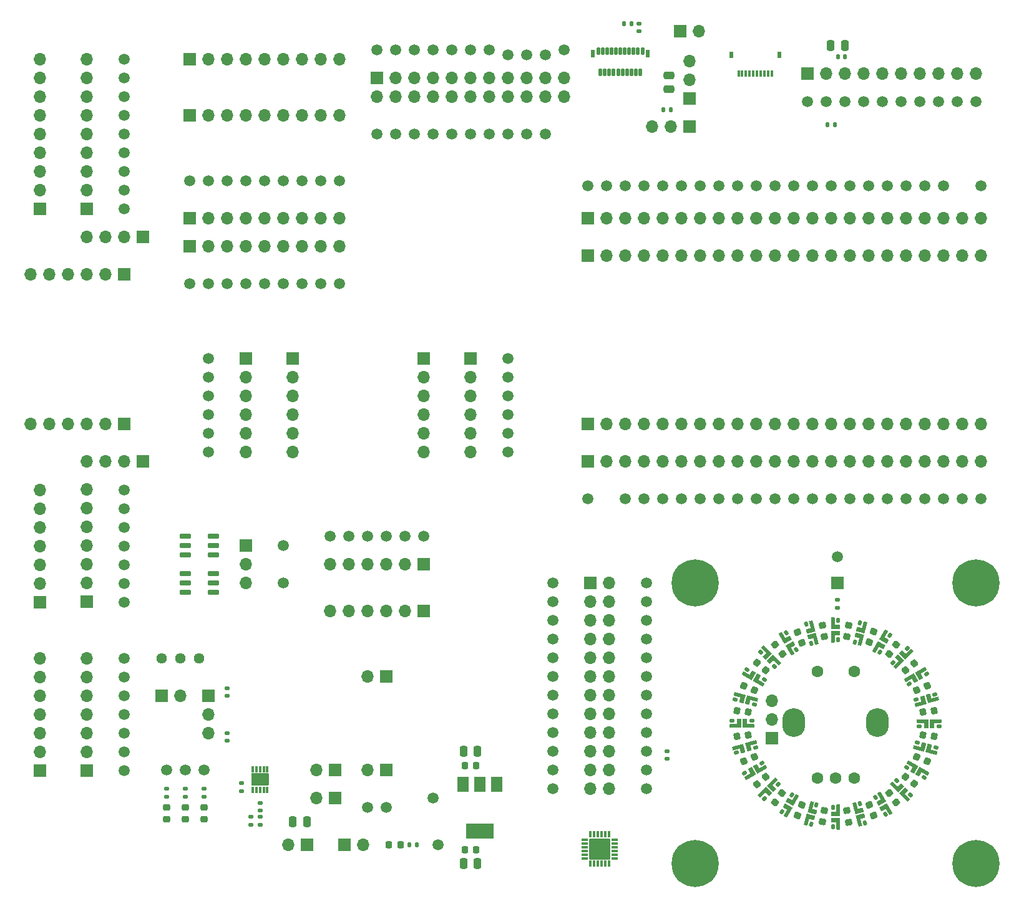
<source format=gbr>
%TF.GenerationSoftware,KiCad,Pcbnew,7.0.7*%
%TF.CreationDate,2024-01-31T01:15:34+01:00*%
%TF.ProjectId,POC-TB,504f432d-5442-42e6-9b69-6361645f7063,rev?*%
%TF.SameCoordinates,Original*%
%TF.FileFunction,Soldermask,Top*%
%TF.FilePolarity,Negative*%
%FSLAX46Y46*%
G04 Gerber Fmt 4.6, Leading zero omitted, Abs format (unit mm)*
G04 Created by KiCad (PCBNEW 7.0.7) date 2024-01-31 01:15:34*
%MOMM*%
%LPD*%
G01*
G04 APERTURE LIST*
G04 Aperture macros list*
%AMRoundRect*
0 Rectangle with rounded corners*
0 $1 Rounding radius*
0 $2 $3 $4 $5 $6 $7 $8 $9 X,Y pos of 4 corners*
0 Add a 4 corners polygon primitive as box body*
4,1,4,$2,$3,$4,$5,$6,$7,$8,$9,$2,$3,0*
0 Add four circle primitives for the rounded corners*
1,1,$1+$1,$2,$3*
1,1,$1+$1,$4,$5*
1,1,$1+$1,$6,$7*
1,1,$1+$1,$8,$9*
0 Add four rect primitives between the rounded corners*
20,1,$1+$1,$2,$3,$4,$5,0*
20,1,$1+$1,$4,$5,$6,$7,0*
20,1,$1+$1,$6,$7,$8,$9,0*
20,1,$1+$1,$8,$9,$2,$3,0*%
%AMFreePoly0*
4,1,17,0.823462,0.239262,0.838400,0.203200,0.838400,-0.304800,0.823462,-0.340862,0.787400,-0.355800,0.152600,-0.355800,0.152600,-1.269991,0.137662,-1.306052,0.101600,-1.320990,-0.304800,-1.320990,-0.340862,-1.306052,-0.355800,-1.269990,-0.355800,0.203200,-0.340862,0.239262,-0.304801,0.254200,0.787399,0.254200,0.823462,0.239262,0.823462,0.239262,$1*%
%AMFreePoly1*
4,1,17,0.340862,0.239262,0.355800,0.203200,0.355800,-1.269990,0.340862,-1.306052,0.304800,-1.320990,-0.101600,-1.320990,-0.137662,-1.306052,-0.152599,-1.269990,-0.152600,-0.355800,-0.787400,-0.355800,-0.823462,-0.340862,-0.838400,-0.304801,-0.838400,0.203200,-0.823462,0.239262,-0.787400,0.254200,0.304800,0.254201,0.340862,0.239262,0.340862,0.239262,$1*%
G04 Aperture macros list end*
%ADD10R,1.700000X1.700000*%
%ADD11O,1.700000X1.700000*%
%ADD12RoundRect,0.218750X-0.256250X0.218750X-0.256250X-0.218750X0.256250X-0.218750X0.256250X0.218750X0*%
%ADD13C,1.500000*%
%ADD14FreePoly0,330.000000*%
%ADD15RoundRect,0.051000X0.036276X-0.343567X0.315676X0.140367X-0.036276X0.343567X-0.315676X-0.140367X0*%
%ADD16FreePoly1,150.000000*%
%ADD17FreePoly0,225.000000*%
%ADD18RoundRect,0.051000X-0.341250X0.053882X0.053882X-0.341250X0.341250X-0.053882X-0.053882X0.341250X0*%
%ADD19FreePoly1,45.000000*%
%ADD20RoundRect,0.051000X-0.127000X0.406400X-0.127000X-0.406400X0.127000X-0.406400X0.127000X0.406400X0*%
%ADD21RoundRect,0.051000X-1.143000X0.762000X-1.143000X-0.762000X1.143000X-0.762000X1.143000X0.762000X0*%
%ADD22RoundRect,0.218750X-0.218750X-0.256250X0.218750X-0.256250X0.218750X0.256250X-0.218750X0.256250X0*%
%ADD23RoundRect,0.225000X-0.218493X0.255707X-0.277230X-0.190444X0.218493X-0.255707X0.277230X0.190444X0*%
%ADD24RoundRect,0.225000X0.303544X0.144866X-0.112202X0.317074X-0.303544X-0.144866X0.112202X-0.317074X0*%
%ADD25FreePoly0,270.000000*%
%ADD26RoundRect,0.051000X-0.279400X-0.203200X0.279400X-0.203200X0.279400X0.203200X-0.279400X0.203200X0*%
%ADD27FreePoly1,90.000000*%
%ADD28RoundRect,0.225000X-0.190444X-0.277230X0.255707X-0.218493X0.190444X0.277230X-0.255707X0.218493X0*%
%ADD29RoundRect,0.135000X0.135000X0.185000X-0.135000X0.185000X-0.135000X-0.185000X0.135000X-0.185000X0*%
%ADD30RoundRect,0.250000X0.250000X0.475000X-0.250000X0.475000X-0.250000X-0.475000X0.250000X-0.475000X0*%
%ADD31FreePoly0,315.000000*%
%ADD32RoundRect,0.051000X-0.053882X-0.341250X0.341250X0.053882X0.053882X0.341250X-0.341250X-0.053882X0*%
%ADD33FreePoly1,135.000000*%
%ADD34RoundRect,0.135000X-0.185000X0.135000X-0.185000X-0.135000X0.185000X-0.135000X0.185000X0.135000X0*%
%ADD35RoundRect,0.225000X-0.335310X0.026314X-0.061367X-0.330695X0.335310X-0.026314X0.061367X0.330695X0*%
%ADD36C,1.440000*%
%ADD37RoundRect,0.225000X0.317074X-0.112202X0.144866X0.303544X-0.317074X0.112202X-0.144866X-0.303544X0*%
%ADD38RoundRect,0.225000X-0.255707X-0.218493X0.190444X-0.277230X0.255707X0.218493X-0.190444X0.277230X0*%
%ADD39C,6.400000*%
%ADD40C,1.602000*%
%ADD41O,3.102000X3.902000*%
%ADD42RoundRect,0.225000X0.218493X-0.255707X0.277230X0.190444X-0.218493X0.255707X-0.277230X-0.190444X0*%
%ADD43RoundRect,0.140000X0.140000X0.170000X-0.140000X0.170000X-0.140000X-0.170000X0.140000X-0.170000X0*%
%ADD44FreePoly0,75.000000*%
%ADD45RoundRect,0.051000X0.322472X0.123962X-0.217288X0.268590X-0.322472X-0.123962X0.217288X-0.268590X0*%
%ADD46FreePoly1,255.000000*%
%ADD47RoundRect,0.225000X-0.225000X-0.250000X0.225000X-0.250000X0.225000X0.250000X-0.225000X0.250000X0*%
%ADD48RoundRect,0.051000X0.400000X-0.150000X0.400000X0.150000X-0.400000X0.150000X-0.400000X-0.150000X0*%
%ADD49RoundRect,0.051000X-0.150000X-0.400000X0.150000X-0.400000X0.150000X0.400000X-0.150000X0.400000X0*%
%ADD50RoundRect,0.051000X-1.375000X-1.375000X1.375000X-1.375000X1.375000X1.375000X-1.375000X1.375000X0*%
%ADD51FreePoly0,195.000000*%
%ADD52RoundRect,0.051000X-0.268590X0.217288X-0.123962X-0.322472X0.268590X-0.217288X0.123962X0.322472X0*%
%ADD53FreePoly1,15.000000*%
%ADD54RoundRect,0.225000X-0.026314X-0.335310X0.330695X-0.061367X0.026314X0.335310X-0.330695X0.061367X0*%
%ADD55FreePoly0,0.000000*%
%ADD56RoundRect,0.051000X0.203200X-0.279400X0.203200X0.279400X-0.203200X0.279400X-0.203200X-0.279400X0*%
%ADD57FreePoly1,180.000000*%
%ADD58FreePoly0,90.000000*%
%ADD59RoundRect,0.051000X0.279400X0.203200X-0.279400X0.203200X-0.279400X-0.203200X0.279400X-0.203200X0*%
%ADD60FreePoly1,270.000000*%
%ADD61RoundRect,0.225000X0.061367X-0.330695X0.335310X0.026314X-0.061367X0.330695X-0.335310X-0.026314X0*%
%ADD62FreePoly0,240.000000*%
%ADD63RoundRect,0.051000X-0.343567X-0.036276X0.140367X-0.315676X0.343567X0.036276X-0.140367X0.315676X0*%
%ADD64FreePoly1,60.000000*%
%ADD65RoundRect,0.225000X0.225000X0.250000X-0.225000X0.250000X-0.225000X-0.250000X0.225000X-0.250000X0*%
%ADD66RoundRect,0.051000X0.673100X0.266700X-0.673100X0.266700X-0.673100X-0.266700X0.673100X-0.266700X0*%
%ADD67RoundRect,0.225000X0.112202X0.317074X-0.303544X0.144866X-0.112202X-0.317074X0.303544X-0.144866X0*%
%ADD68RoundRect,0.225000X-0.277230X0.190444X-0.218493X-0.255707X0.277230X-0.190444X0.218493X0.255707X0*%
%ADD69RoundRect,0.135000X0.185000X-0.135000X0.185000X0.135000X-0.185000X0.135000X-0.185000X-0.135000X0*%
%ADD70RoundRect,0.225000X0.255707X0.218493X-0.190444X0.277230X-0.255707X-0.218493X0.190444X-0.277230X0*%
%ADD71RoundRect,0.225000X0.026314X0.335310X-0.330695X0.061367X-0.026314X-0.335310X0.330695X-0.061367X0*%
%ADD72RoundRect,0.051000X0.152400X0.406400X-0.152400X0.406400X-0.152400X-0.406400X0.152400X-0.406400X0*%
%ADD73RoundRect,0.051000X0.203200X0.406400X-0.203200X0.406400X-0.203200X-0.406400X0.203200X-0.406400X0*%
%ADD74RoundRect,0.225000X0.277230X-0.190444X0.218493X0.255707X-0.277230X0.190444X-0.218493X-0.255707X0*%
%ADD75FreePoly0,300.000000*%
%ADD76RoundRect,0.051000X-0.140367X-0.315676X0.343567X-0.036276X0.140367X0.315676X-0.343567X0.036276X0*%
%ADD77FreePoly1,120.000000*%
%ADD78FreePoly0,60.000000*%
%ADD79RoundRect,0.051000X0.343567X0.036276X-0.140367X0.315676X-0.343567X-0.036276X0.140367X-0.315676X0*%
%ADD80FreePoly1,240.000000*%
%ADD81RoundRect,0.225000X-0.303544X-0.144866X0.112202X-0.317074X0.303544X0.144866X-0.112202X0.317074X0*%
%ADD82FreePoly0,345.000000*%
%ADD83RoundRect,0.051000X0.123962X-0.322472X0.268590X0.217288X-0.123962X0.322472X-0.268590X-0.217288X0*%
%ADD84FreePoly1,165.000000*%
%ADD85RoundRect,0.051000X0.165100X0.419100X-0.165100X0.419100X-0.165100X-0.419100X0.165100X-0.419100X0*%
%ADD86RoundRect,0.051000X0.228600X0.495300X-0.228600X0.495300X-0.228600X-0.495300X0.228600X-0.495300X0*%
%ADD87FreePoly0,30.000000*%
%ADD88RoundRect,0.051000X0.315676X-0.140367X0.036276X0.343567X-0.315676X0.140367X-0.036276X-0.343567X0*%
%ADD89FreePoly1,210.000000*%
%ADD90RoundRect,0.225000X0.335310X-0.026314X0.061367X0.330695X-0.335310X0.026314X-0.061367X-0.330695X0*%
%ADD91FreePoly0,120.000000*%
%ADD92RoundRect,0.051000X0.140367X0.315676X-0.343567X0.036276X-0.140367X-0.315676X0.343567X-0.036276X0*%
%ADD93FreePoly1,300.000000*%
%ADD94RoundRect,0.225000X-0.330695X-0.061367X0.026314X-0.335310X0.330695X0.061367X-0.026314X0.335310X0*%
%ADD95FreePoly0,210.000000*%
%ADD96RoundRect,0.051000X-0.315676X0.140367X-0.036276X-0.343567X0.315676X-0.140367X0.036276X0.343567X0*%
%ADD97FreePoly1,30.000000*%
%ADD98RoundRect,0.225000X-0.317074X0.112202X-0.144866X-0.303544X0.317074X-0.112202X0.144866X0.303544X0*%
%ADD99FreePoly0,15.000000*%
%ADD100RoundRect,0.051000X0.268590X-0.217288X0.123962X0.322472X-0.268590X0.217288X-0.123962X-0.322472X0*%
%ADD101FreePoly1,195.000000*%
%ADD102FreePoly0,45.000000*%
%ADD103RoundRect,0.051000X0.341250X-0.053882X-0.053882X0.341250X-0.341250X0.053882X0.053882X-0.341250X0*%
%ADD104FreePoly1,225.000000*%
%ADD105RoundRect,0.225000X0.190444X0.277230X-0.255707X0.218493X-0.190444X-0.277230X0.255707X-0.218493X0*%
%ADD106RoundRect,0.225000X0.144866X-0.303544X0.317074X0.112202X-0.144866X0.303544X-0.317074X-0.112202X0*%
%ADD107FreePoly0,165.000000*%
%ADD108RoundRect,0.051000X-0.123962X0.322472X-0.268590X-0.217288X0.123962X-0.322472X0.268590X0.217288X0*%
%ADD109FreePoly1,345.000000*%
%ADD110RoundRect,0.225000X0.330695X0.061367X-0.026314X0.335310X-0.330695X-0.061367X0.026314X-0.335310X0*%
%ADD111FreePoly0,285.000000*%
%ADD112RoundRect,0.051000X-0.217288X-0.268590X0.322472X-0.123962X0.217288X0.268590X-0.322472X0.123962X0*%
%ADD113FreePoly1,105.000000*%
%ADD114RoundRect,0.250000X-0.250000X-0.475000X0.250000X-0.475000X0.250000X0.475000X-0.250000X0.475000X0*%
%ADD115RoundRect,0.250000X-0.475000X0.250000X-0.475000X-0.250000X0.475000X-0.250000X0.475000X0.250000X0*%
%ADD116RoundRect,0.225000X-0.112202X-0.317074X0.303544X-0.144866X0.112202X0.317074X-0.303544X0.144866X0*%
%ADD117FreePoly0,255.000000*%
%ADD118RoundRect,0.051000X-0.322472X-0.123962X0.217288X-0.268590X0.322472X0.123962X-0.217288X0.268590X0*%
%ADD119FreePoly1,75.000000*%
%ADD120FreePoly0,105.000000*%
%ADD121RoundRect,0.051000X0.217288X0.268590X-0.322472X0.123962X-0.217288X-0.268590X0.322472X-0.123962X0*%
%ADD122FreePoly1,285.000000*%
%ADD123FreePoly0,135.000000*%
%ADD124RoundRect,0.051000X0.053882X0.341250X-0.341250X-0.053882X-0.053882X-0.341250X0.341250X0.053882X0*%
%ADD125FreePoly1,315.000000*%
%ADD126FreePoly0,180.000000*%
%ADD127RoundRect,0.051000X-0.203200X0.279400X-0.203200X-0.279400X0.203200X-0.279400X0.203200X0.279400X0*%
%ADD128FreePoly1,0.000000*%
%ADD129FreePoly0,150.000000*%
%ADD130RoundRect,0.051000X-0.036276X0.343567X-0.315676X-0.140367X0.036276X-0.343567X0.315676X0.140367X0*%
%ADD131FreePoly1,330.000000*%
%ADD132RoundRect,0.225000X-0.144866X0.303544X-0.317074X-0.112202X0.144866X-0.303544X0.317074X0.112202X0*%
%ADD133RoundRect,0.225000X-0.061367X0.330695X-0.335310X-0.026314X0.061367X-0.330695X0.335310X0.026314X0*%
%ADD134R,1.500000X2.000000*%
%ADD135R,3.800000X2.000000*%
G04 APERTURE END LIST*
D10*
%TO.C,J39*%
X224028000Y-91694000D03*
D11*
X224028000Y-89154000D03*
X224028000Y-86614000D03*
%TD*%
D12*
%TO.C,D2*%
X158115000Y-187960000D03*
X158115000Y-189535000D03*
%TD*%
D13*
%TO.C,TP89*%
X189865000Y-193040000D03*
%TD*%
%TO.C,TP15*%
X227965000Y-103505000D03*
%TD*%
D14*
%TO.C,LED3*%
X249794217Y-165719850D03*
D15*
X249817459Y-166875236D03*
X251167459Y-164536968D03*
D16*
X250155178Y-165096960D03*
%TD*%
D13*
%TO.C,TP12*%
X225425000Y-146050000D03*
%TD*%
D17*
%TO.C,LED22*%
X234780225Y-167118691D03*
D18*
X233658192Y-166842106D03*
X235567380Y-168751294D03*
D19*
X235288467Y-167628569D03*
%TD*%
D13*
%TO.C,TP73*%
X147320000Y-180350000D03*
%TD*%
%TO.C,TP148*%
X199390000Y-139700000D03*
%TD*%
%TO.C,TP133*%
X147320000Y-154950000D03*
%TD*%
%TO.C,TP145*%
X158750000Y-134620000D03*
%TD*%
%TO.C,TP117*%
X171450000Y-102870000D03*
%TD*%
%TO.C,TP18*%
X233045000Y-146050000D03*
%TD*%
%TO.C,TP118*%
X173990000Y-116840000D03*
%TD*%
%TO.C,TP153*%
X260350000Y-92075000D03*
%TD*%
%TO.C,TP14*%
X227965000Y-146050000D03*
%TD*%
D20*
%TO.C,U3*%
X166735001Y-182753000D03*
X166234999Y-182753000D03*
X165735000Y-182753000D03*
X165235001Y-182753000D03*
X164734999Y-182753000D03*
X164734999Y-185547000D03*
X165235001Y-185547000D03*
X165735000Y-185547000D03*
X166234999Y-185547000D03*
X166735001Y-185547000D03*
D21*
X165735000Y-184150000D03*
%TD*%
D13*
%TO.C,TP51*%
X205486000Y-160015000D03*
%TD*%
%TO.C,TP109*%
X161290000Y-102870000D03*
%TD*%
D22*
%TO.C,D1*%
X183210000Y-193040000D03*
X184785000Y-193040000D03*
%TD*%
D23*
%TO.C,C14*%
X242280120Y-188357140D03*
X242077804Y-189893880D03*
%TD*%
D24*
%TO.C,C9*%
X256296018Y-181681117D03*
X254864004Y-181087957D03*
%TD*%
D13*
%TO.C,TP49*%
X205486000Y-165095000D03*
%TD*%
%TO.C,TP160*%
X181610000Y-96520000D03*
%TD*%
%TO.C,TP71*%
X244094000Y-153924000D03*
%TD*%
D10*
%TO.C,J1*%
X210185000Y-135890000D03*
D11*
X212725000Y-135890000D03*
X215265000Y-135890000D03*
X217805000Y-135890000D03*
X220345000Y-135890000D03*
X222885000Y-135890000D03*
X225425000Y-135890000D03*
X227965000Y-135890000D03*
X230505000Y-135890000D03*
X233045000Y-135890000D03*
X235585000Y-135890000D03*
X238125000Y-135890000D03*
X240665000Y-135890000D03*
X243205000Y-135890000D03*
X245745000Y-135890000D03*
X248285000Y-135890000D03*
X250825000Y-135890000D03*
X253365000Y-135890000D03*
X255905000Y-135890000D03*
X258445000Y-135890000D03*
X260985000Y-135890000D03*
X263525000Y-135890000D03*
%TD*%
D10*
%TO.C,J32*%
X187960000Y-127000000D03*
D11*
X187960000Y-129540000D03*
X187960000Y-132080000D03*
X187960000Y-134620000D03*
X187960000Y-137160000D03*
X187960000Y-139700000D03*
%TD*%
D10*
%TO.C,J7*%
X244094000Y-157480000D03*
%TD*%
D13*
%TO.C,TP147*%
X158750000Y-137160000D03*
%TD*%
D25*
%TO.C,LED7*%
X256178973Y-176281428D03*
D26*
X255190000Y-176879250D03*
X257890000Y-176879250D03*
D27*
X256898892Y-176282585D03*
%TD*%
D13*
%TO.C,TP151*%
X250190000Y-92075000D03*
%TD*%
D28*
%TO.C,C19*%
X230471112Y-178294853D03*
X232007852Y-178092537D03*
%TD*%
D13*
%TO.C,TP111*%
X163830000Y-102870000D03*
%TD*%
%TO.C,TP144*%
X199390000Y-134620000D03*
%TD*%
D29*
%TO.C,R5*%
X187047500Y-193040000D03*
X186027500Y-193040000D03*
%TD*%
D30*
%TO.C,C30*%
X245072000Y-84455000D03*
X243172000Y-84455000D03*
%TD*%
D13*
%TO.C,TP134*%
X147320000Y-152410000D03*
%TD*%
D10*
%TO.C,J40*%
X224013000Y-95504000D03*
D11*
X221473000Y-95504000D03*
X218933000Y-95504000D03*
%TD*%
D13*
%TO.C,TP156*%
X252730000Y-92075000D03*
%TD*%
%TO.C,TP1*%
X210185000Y-146050000D03*
%TD*%
%TO.C,TP94*%
X182880000Y-187960000D03*
%TD*%
D31*
%TO.C,LED16*%
X234428691Y-185589774D03*
D32*
X234152106Y-186711807D03*
X236061294Y-184802619D03*
D33*
X234938569Y-185081532D03*
%TD*%
D34*
%TO.C,R1*%
X220985000Y-180336000D03*
X220985000Y-181356000D03*
%TD*%
D13*
%TO.C,TP48*%
X205486000Y-167635000D03*
%TD*%
%TO.C,TP75*%
X147320000Y-175270000D03*
%TD*%
%TO.C,TP143*%
X158750000Y-132080000D03*
%TD*%
%TO.C,TP157*%
X257810000Y-92075000D03*
%TD*%
%TO.C,TP102*%
X168917500Y-152385000D03*
%TD*%
%TO.C,TP100*%
X175260000Y-151130000D03*
%TD*%
D35*
%TO.C,C23*%
X235648683Y-165833539D03*
X236592263Y-167063237D03*
%TD*%
D13*
%TO.C,TP2*%
X210185000Y-103505000D03*
%TD*%
%TO.C,TP72*%
X147320000Y-182890000D03*
%TD*%
%TO.C,TP68*%
X205486000Y-185415000D03*
%TD*%
D36*
%TO.C,RV1*%
X152400000Y-167650000D03*
X154940000Y-167650000D03*
X157480000Y-167650000D03*
%TD*%
D37*
%TO.C,C24*%
X239288202Y-165527111D03*
X238695042Y-164095097D03*
%TD*%
D13*
%TO.C,TP43*%
X263525000Y-103505000D03*
%TD*%
D38*
%TO.C,C8*%
X255665944Y-178086355D03*
X257202684Y-178288671D03*
%TD*%
D13*
%TO.C,TP162*%
X189230000Y-96520000D03*
%TD*%
D39*
%TO.C,H1*%
X224790000Y-157480000D03*
%TD*%
D13*
%TO.C,TP62*%
X218191000Y-172720000D03*
%TD*%
D40*
%TO.C,E1*%
X241340000Y-169430000D03*
X246340000Y-169430000D03*
X241340000Y-183930000D03*
X246340000Y-183930000D03*
X243840000Y-183930000D03*
D41*
X238140000Y-176430000D03*
X249540000Y-176430000D03*
%TD*%
D42*
%TO.C,C2*%
X245394583Y-164716374D03*
X245596899Y-163179634D03*
%TD*%
D13*
%TO.C,TP25*%
X240665000Y-103505000D03*
%TD*%
D10*
%TO.C,J29*%
X135890000Y-160030000D03*
D11*
X135890000Y-157490000D03*
X135890000Y-154950000D03*
X135890000Y-152410000D03*
X135890000Y-149870000D03*
X135890000Y-147330000D03*
X135890000Y-144790000D03*
%TD*%
D43*
%TO.C,C31*%
X245110000Y-85979000D03*
X244150000Y-85979000D03*
%TD*%
D10*
%TO.C,J12*%
X135890000Y-106680000D03*
D11*
X135890000Y-104140000D03*
X135890000Y-101600000D03*
X135890000Y-99060000D03*
X135890000Y-96520000D03*
X135890000Y-93980000D03*
X135890000Y-91440000D03*
X135890000Y-88900000D03*
X135890000Y-86360000D03*
%TD*%
D13*
%TO.C,TP46*%
X205486000Y-172715000D03*
%TD*%
D44*
%TO.C,LED8*%
X256391647Y-180150544D03*
D45*
X257501649Y-179829057D03*
X254893650Y-179130246D03*
D46*
X255696558Y-179963097D03*
%TD*%
D39*
%TO.C,H4*%
X262890000Y-195580000D03*
%TD*%
D13*
%TO.C,TP178*%
X201930000Y-85725000D03*
%TD*%
%TO.C,TP35*%
X253365000Y-103505000D03*
%TD*%
%TO.C,TP40*%
X260985000Y-146050000D03*
%TD*%
%TO.C,TP77*%
X147320000Y-170190000D03*
%TD*%
%TO.C,TP174*%
X191770000Y-85090000D03*
%TD*%
D43*
%TO.C,C33*%
X216126000Y-81534000D03*
X215166000Y-81534000D03*
%TD*%
D10*
%TO.C,J8*%
X135890000Y-182890000D03*
D11*
X135890000Y-180350000D03*
X135890000Y-177810000D03*
X135890000Y-175270000D03*
X135890000Y-172730000D03*
X135890000Y-170190000D03*
X135890000Y-167650000D03*
%TD*%
D47*
%TO.C,C26*%
X193535000Y-182245000D03*
X195085000Y-182245000D03*
%TD*%
D13*
%TO.C,TP20*%
X235585000Y-146050000D03*
%TD*%
%TO.C,TP146*%
X199390000Y-137160000D03*
%TD*%
D48*
%TO.C,U1*%
X209836000Y-192325000D03*
X209836000Y-192825000D03*
X209836000Y-193325000D03*
X209836000Y-193825000D03*
X209836000Y-194325000D03*
X209836000Y-194825000D03*
D49*
X210586000Y-195575000D03*
X211086000Y-195575000D03*
X211586000Y-195575000D03*
X212086000Y-195575000D03*
X212586000Y-195575000D03*
X213086000Y-195575000D03*
D48*
X213836000Y-194825000D03*
X213836000Y-194325000D03*
X213836000Y-193825000D03*
X213836000Y-193325000D03*
X213836000Y-192825000D03*
X213836000Y-192325000D03*
D49*
X213086000Y-191575000D03*
X212586000Y-191575000D03*
X212086000Y-191575000D03*
X211586000Y-191575000D03*
X211086000Y-191575000D03*
X210586000Y-191575000D03*
D50*
X211836000Y-193575000D03*
%TD*%
D10*
%TO.C,J14*%
X177165000Y-193040000D03*
D11*
X179705000Y-193040000D03*
%TD*%
D13*
%TO.C,TP41*%
X240030000Y-92075000D03*
%TD*%
D10*
%TO.C,J25*%
X156210000Y-111760000D03*
D11*
X158750000Y-111760000D03*
X161290000Y-111760000D03*
X163830000Y-111760000D03*
X166370000Y-111760000D03*
X168910000Y-111760000D03*
X171450000Y-111760000D03*
X173990000Y-111760000D03*
X176530000Y-111760000D03*
%TD*%
D51*
%TO.C,LED24*%
X240699659Y-163849682D03*
D52*
X239866243Y-163049135D03*
X240565054Y-165657134D03*
D53*
X240884871Y-164545369D03*
%TD*%
D10*
%TO.C,J37*%
X240030000Y-88265000D03*
D11*
X242570000Y-88265000D03*
X245110000Y-88265000D03*
X247650000Y-88265000D03*
X250190000Y-88265000D03*
X252730000Y-88265000D03*
X255270000Y-88265000D03*
X257810000Y-88265000D03*
X260350000Y-88265000D03*
X262890000Y-88265000D03*
%TD*%
D13*
%TO.C,TP69*%
X205486000Y-182875000D03*
%TD*%
%TO.C,TP137*%
X147320000Y-144790000D03*
%TD*%
%TO.C,TP8*%
X220345000Y-146050000D03*
%TD*%
D10*
%TO.C,J31*%
X170180000Y-127000000D03*
D11*
X170180000Y-129540000D03*
X170180000Y-132080000D03*
X170180000Y-134620000D03*
X170180000Y-137160000D03*
X170180000Y-139700000D03*
%TD*%
D54*
%TO.C,C17*%
X233124441Y-184748612D03*
X234354139Y-183805032D03*
%TD*%
D34*
%TO.C,R14*%
X217170000Y-81530000D03*
X217170000Y-82550000D03*
%TD*%
D13*
%TO.C,TP29*%
X245745000Y-103505000D03*
%TD*%
%TO.C,TP10*%
X222885000Y-146050000D03*
%TD*%
%TO.C,TP120*%
X176530000Y-116840000D03*
%TD*%
D55*
%TO.C,LED1*%
X243591428Y-164191027D03*
D56*
X244189250Y-165180000D03*
X244189250Y-162480000D03*
D57*
X243592585Y-163471108D03*
%TD*%
D58*
%TO.C,LED19*%
X231501027Y-176778572D03*
D59*
X232490000Y-176180750D03*
X229790000Y-176180750D03*
D60*
X230781108Y-176777415D03*
%TD*%
D61*
%TO.C,C4*%
X251096244Y-167055306D03*
X252039824Y-165825608D03*
%TD*%
D13*
%TO.C,TP176*%
X196850000Y-85090000D03*
%TD*%
D62*
%TO.C,LED9*%
X254650149Y-182484217D03*
D63*
X253494763Y-182507459D03*
X255833031Y-183857459D03*
D64*
X255273039Y-182845178D03*
%TD*%
D65*
%TO.C,C27*%
X195085000Y-193675000D03*
X193535000Y-193675000D03*
%TD*%
D13*
%TO.C,TP27*%
X243205000Y-103505000D03*
%TD*%
%TO.C,TP114*%
X168910000Y-116840000D03*
%TD*%
D66*
%TO.C,U4*%
X159392500Y-153655000D03*
X159392500Y-152385000D03*
X159392500Y-151115000D03*
X155582500Y-151115000D03*
X155582500Y-152385000D03*
X155582500Y-153655000D03*
%TD*%
D67*
%TO.C,C18*%
X232814223Y-181080911D03*
X231382209Y-181674071D03*
%TD*%
D13*
%TO.C,TP96*%
X180340000Y-187960000D03*
%TD*%
D43*
%TO.C,C34*%
X221460000Y-93218000D03*
X220500000Y-93218000D03*
%TD*%
D13*
%TO.C,TP26*%
X243205000Y-146050000D03*
%TD*%
%TO.C,TP142*%
X199390000Y-132080000D03*
%TD*%
%TO.C,TP39*%
X258445000Y-103505000D03*
%TD*%
D10*
%TO.C,J20*%
X182880000Y-182880000D03*
D11*
X180340000Y-182880000D03*
%TD*%
D13*
%TO.C,TP11*%
X222885000Y-103505000D03*
%TD*%
%TO.C,TP98*%
X177800000Y-151130000D03*
%TD*%
%TO.C,TP113*%
X166370000Y-102870000D03*
%TD*%
%TO.C,TP140*%
X199390000Y-129540000D03*
%TD*%
%TO.C,TP170*%
X181610000Y-85090000D03*
%TD*%
%TO.C,TP105*%
X156210000Y-102870000D03*
%TD*%
%TO.C,TP92*%
X185420000Y-151130000D03*
%TD*%
D68*
%TO.C,C1*%
X242083100Y-163179634D03*
X242285416Y-164716374D03*
%TD*%
D10*
%TO.C,J27*%
X147320000Y-115570000D03*
D11*
X144780000Y-115570000D03*
X142240000Y-115570000D03*
X139700000Y-115570000D03*
X137160000Y-115570000D03*
X134620000Y-115570000D03*
%TD*%
D69*
%TO.C,R10*%
X155575000Y-186440000D03*
X155575000Y-185420000D03*
%TD*%
D13*
%TO.C,TP23*%
X238125000Y-103505000D03*
%TD*%
%TO.C,TP45*%
X205486000Y-175255000D03*
%TD*%
%TO.C,TP31*%
X248285000Y-103505000D03*
%TD*%
%TO.C,TP95*%
X180340000Y-151130000D03*
%TD*%
D39*
%TO.C,H3*%
X224790000Y-195580000D03*
%TD*%
D13*
%TO.C,TP152*%
X255270000Y-92075000D03*
%TD*%
D70*
%TO.C,C20*%
X232014055Y-174965712D03*
X230477315Y-174763396D03*
%TD*%
D69*
%TO.C,R7*%
X158115000Y-186440000D03*
X158115000Y-185420000D03*
%TD*%
D71*
%TO.C,C5*%
X254528462Y-168330751D03*
X253298764Y-169274331D03*
%TD*%
D72*
%TO.C,J35*%
X235168001Y-88234088D03*
X234667999Y-88234088D03*
X234168000Y-88234088D03*
X233668001Y-88234088D03*
X233168000Y-88234088D03*
X232668000Y-88234088D03*
X232167999Y-88234088D03*
X231668000Y-88234088D03*
X231168001Y-88234088D03*
X230667999Y-88234088D03*
D73*
X236168001Y-85734088D03*
X229667999Y-85734088D03*
%TD*%
D13*
%TO.C,TP38*%
X258445000Y-146050000D03*
%TD*%
D74*
%TO.C,C13*%
X245596323Y-189909124D03*
X245394007Y-188372384D03*
%TD*%
D13*
%TO.C,TP154*%
X242570000Y-92075000D03*
%TD*%
D75*
%TO.C,LED5*%
X254401577Y-170145244D03*
D76*
X253844013Y-171157459D03*
X256182281Y-169807459D03*
D77*
X255025624Y-169786286D03*
%TD*%
D13*
%TO.C,TP175*%
X194310000Y-85090000D03*
%TD*%
%TO.C,TP63*%
X218191000Y-175260000D03*
%TD*%
%TO.C,TP50*%
X205486000Y-162555000D03*
%TD*%
%TO.C,TP106*%
X158750000Y-116840000D03*
%TD*%
D34*
%TO.C,R4*%
X161290000Y-177810000D03*
X161290000Y-178830000D03*
%TD*%
D10*
%TO.C,J6*%
X210566000Y-157475000D03*
D11*
X213106000Y-157475000D03*
X210566000Y-160015000D03*
X213106000Y-160015000D03*
X210566000Y-162555000D03*
X213106000Y-162555000D03*
X210566000Y-165095000D03*
X213106000Y-165095000D03*
X210566000Y-167635000D03*
X213106000Y-167635000D03*
X210566000Y-170175000D03*
X213106000Y-170175000D03*
X210566000Y-172715000D03*
X213106000Y-172715000D03*
X210566000Y-175255000D03*
X213106000Y-175255000D03*
X210566000Y-177795000D03*
X213106000Y-177795000D03*
X210566000Y-180335000D03*
X213106000Y-180335000D03*
X210566000Y-182875000D03*
X213106000Y-182875000D03*
X210566000Y-185415000D03*
X213106000Y-185415000D03*
%TD*%
D13*
%TO.C,TP90*%
X207010000Y-85090000D03*
%TD*%
%TO.C,TP172*%
X186690000Y-85090000D03*
%TD*%
%TO.C,TP121*%
X176530000Y-102870000D03*
%TD*%
D34*
%TO.C,R12*%
X164465000Y-189230000D03*
X164465000Y-190250000D03*
%TD*%
D10*
%TO.C,J23*%
X156210000Y-93980000D03*
D11*
X158750000Y-93980000D03*
X161290000Y-93980000D03*
X163830000Y-93980000D03*
X166370000Y-93980000D03*
X168910000Y-93980000D03*
X171450000Y-93980000D03*
X173990000Y-93980000D03*
X176530000Y-93980000D03*
%TD*%
D78*
%TO.C,LED21*%
X233029850Y-170575783D03*
D79*
X234185236Y-170552541D03*
X231846968Y-169202541D03*
D80*
X232406960Y-170214822D03*
%TD*%
D13*
%TO.C,TP164*%
X194310000Y-96520000D03*
%TD*%
D10*
%TO.C,J28*%
X149860000Y-110490000D03*
D11*
X147320000Y-110490000D03*
X144780000Y-110490000D03*
X142240000Y-110490000D03*
%TD*%
D13*
%TO.C,TP179*%
X204470000Y-85725000D03*
%TD*%
%TO.C,TP136*%
X147320000Y-147330000D03*
%TD*%
%TO.C,TP30*%
X248285000Y-146050000D03*
%TD*%
%TO.C,TP87*%
X147320000Y-86360000D03*
%TD*%
D10*
%TO.C,J4*%
X210185000Y-107950000D03*
D11*
X212725000Y-107950000D03*
X215265000Y-107950000D03*
X217805000Y-107950000D03*
X220345000Y-107950000D03*
X222885000Y-107950000D03*
X225425000Y-107950000D03*
X227965000Y-107950000D03*
X230505000Y-107950000D03*
X233045000Y-107950000D03*
X235585000Y-107950000D03*
X238125000Y-107950000D03*
X240665000Y-107950000D03*
X243205000Y-107950000D03*
X245745000Y-107950000D03*
X248285000Y-107950000D03*
X250825000Y-107950000D03*
X253365000Y-107950000D03*
X255905000Y-107950000D03*
X258445000Y-107950000D03*
X260985000Y-107950000D03*
X263525000Y-107950000D03*
%TD*%
D13*
%TO.C,TP155*%
X247650000Y-92075000D03*
%TD*%
%TO.C,TP167*%
X201930000Y-96520000D03*
%TD*%
D81*
%TO.C,C21*%
X231392766Y-171367460D03*
X232824780Y-171960620D03*
%TD*%
D82*
%TO.C,LED14*%
X240219455Y-189081647D03*
D83*
X240540942Y-190191649D03*
X241239753Y-187583650D03*
D84*
X240406902Y-188386558D03*
%TD*%
D13*
%TO.C,TP104*%
X156210000Y-116840000D03*
%TD*%
%TO.C,TP99*%
X153035000Y-182880000D03*
%TD*%
%TO.C,TP57*%
X218191000Y-162560000D03*
%TD*%
%TO.C,TP138*%
X199390000Y-127000000D03*
%TD*%
D10*
%TO.C,J24*%
X156210000Y-86360000D03*
D11*
X158750000Y-86360000D03*
X161290000Y-86360000D03*
X163830000Y-86360000D03*
X166370000Y-86360000D03*
X168910000Y-86360000D03*
X171450000Y-86360000D03*
X173990000Y-86360000D03*
X176530000Y-86360000D03*
%TD*%
D13*
%TO.C,TP81*%
X147320000Y-101600000D03*
%TD*%
D85*
%TO.C,J36*%
X217630002Y-85255811D03*
X217330000Y-88080812D03*
X217030000Y-85255811D03*
X216730001Y-88080812D03*
X216430001Y-85255811D03*
X216130000Y-88080812D03*
X215830000Y-85255811D03*
X215530001Y-88080812D03*
X215230001Y-85255811D03*
X214929999Y-88080812D03*
X214630000Y-85255811D03*
X214330001Y-88080812D03*
X214030001Y-85255811D03*
X213729999Y-88080812D03*
X213430000Y-85255811D03*
X213130000Y-88080812D03*
X212830001Y-85255811D03*
X212529999Y-88080812D03*
X212230000Y-85255811D03*
X211930000Y-88080812D03*
X211630001Y-85255811D03*
D86*
X218354999Y-85532011D03*
X210905001Y-85532011D03*
%TD*%
D13*
%TO.C,TP47*%
X205486000Y-170175000D03*
%TD*%
D34*
%TO.C,R11*%
X165735000Y-189230000D03*
X165735000Y-190250000D03*
%TD*%
%TO.C,R6*%
X163195000Y-184656000D03*
X163195000Y-185676000D03*
%TD*%
D13*
%TO.C,TP168*%
X204470000Y-96520000D03*
%TD*%
%TO.C,TP5*%
X215265000Y-103505000D03*
%TD*%
D30*
%TO.C,C29*%
X172085000Y-189865000D03*
X170185000Y-189865000D03*
%TD*%
D10*
%TO.C,J30*%
X142240000Y-160020000D03*
D11*
X142240000Y-157480000D03*
X142240000Y-154940000D03*
X142240000Y-152400000D03*
X142240000Y-149860000D03*
X142240000Y-147320000D03*
X142240000Y-144780000D03*
%TD*%
D13*
%TO.C,TP33*%
X250825000Y-103505000D03*
%TD*%
%TO.C,TP78*%
X147320000Y-167650000D03*
%TD*%
%TO.C,TP79*%
X147320000Y-106680000D03*
%TD*%
%TO.C,TP60*%
X218191000Y-167640000D03*
%TD*%
D10*
%TO.C,J10*%
X158750000Y-172730000D03*
D11*
X158750000Y-175270000D03*
X158750000Y-177810000D03*
%TD*%
D13*
%TO.C,TP76*%
X147320000Y-172730000D03*
%TD*%
%TO.C,TP9*%
X220345000Y-103505000D03*
%TD*%
%TO.C,TP115*%
X168910000Y-102870000D03*
%TD*%
%TO.C,TP21*%
X235585000Y-103505000D03*
%TD*%
D87*
%TO.C,LED23*%
X237455244Y-165968422D03*
D88*
X238467459Y-166525986D03*
X237117459Y-164187718D03*
D89*
X237096286Y-165344375D03*
%TD*%
D13*
%TO.C,TP86*%
X147320000Y-88900000D03*
%TD*%
D10*
%TO.C,J11*%
X142240000Y-182890000D03*
D11*
X142240000Y-180350000D03*
X142240000Y-177810000D03*
X142240000Y-175270000D03*
X142240000Y-172730000D03*
X142240000Y-170190000D03*
X142240000Y-167650000D03*
%TD*%
D13*
%TO.C,TP149*%
X158750000Y-139700000D03*
%TD*%
%TO.C,TP36*%
X255905000Y-146050000D03*
%TD*%
D90*
%TO.C,C11*%
X252053350Y-187231629D03*
X251109770Y-186001931D03*
%TD*%
D13*
%TO.C,TP93*%
X182880000Y-151130000D03*
%TD*%
%TO.C,TP66*%
X218191000Y-182880000D03*
%TD*%
%TO.C,TP165*%
X196850000Y-96520000D03*
%TD*%
D10*
%TO.C,J19*%
X187960000Y-154940000D03*
D11*
X185420000Y-154940000D03*
X182880000Y-154940000D03*
X180340000Y-154940000D03*
X177800000Y-154940000D03*
X175260000Y-154940000D03*
%TD*%
D13*
%TO.C,TP37*%
X255905000Y-103505000D03*
%TD*%
%TO.C,TP108*%
X161290000Y-116840000D03*
%TD*%
%TO.C,TP150*%
X245110000Y-92075000D03*
%TD*%
%TO.C,TP161*%
X186690000Y-96520000D03*
%TD*%
%TO.C,TP83*%
X147320000Y-96520000D03*
%TD*%
%TO.C,TP131*%
X147320000Y-160030000D03*
%TD*%
%TO.C,TP16*%
X230505000Y-146050000D03*
%TD*%
%TO.C,TP163*%
X191770000Y-96520000D03*
%TD*%
%TO.C,TP44*%
X205486000Y-177795000D03*
%TD*%
%TO.C,TP88*%
X189230000Y-186690000D03*
%TD*%
D91*
%TO.C,LED17*%
X233278422Y-182914756D03*
D92*
X233835986Y-181902541D03*
X231497718Y-183252541D03*
D93*
X232654375Y-183273714D03*
%TD*%
D39*
%TO.C,H2*%
X262890000Y-157480000D03*
%TD*%
D94*
%TO.C,C10*%
X253292980Y-183787983D03*
X254522678Y-184731563D03*
%TD*%
D13*
%TO.C,TP85*%
X147320000Y-91440000D03*
%TD*%
D10*
%TO.C,J41*%
X222753000Y-82550000D03*
D11*
X225293000Y-82550000D03*
%TD*%
D12*
%TO.C,D4*%
X153035000Y-187960000D03*
X153035000Y-189535000D03*
%TD*%
D10*
%TO.C,J18*%
X175895000Y-182880000D03*
D11*
X173355000Y-182880000D03*
%TD*%
D13*
%TO.C,TP13*%
X225425000Y-103505000D03*
%TD*%
%TO.C,TP80*%
X147320000Y-104140000D03*
%TD*%
D12*
%TO.C,D3*%
X155575000Y-187960000D03*
X155575000Y-189535000D03*
%TD*%
D13*
%TO.C,TP70*%
X205486000Y-180335000D03*
%TD*%
%TO.C,TP141*%
X158750000Y-129540000D03*
%TD*%
D95*
%TO.C,LED11*%
X250224756Y-187091577D03*
D96*
X249212541Y-186534013D03*
X250562541Y-188872281D03*
D97*
X250583714Y-187715624D03*
%TD*%
D13*
%TO.C,TP97*%
X158115000Y-182880000D03*
%TD*%
%TO.C,TP177*%
X199390000Y-85725000D03*
%TD*%
D10*
%TO.C,J16*%
X182880000Y-170180000D03*
D11*
X180340000Y-170180000D03*
%TD*%
D13*
%TO.C,TP32*%
X250825000Y-146050000D03*
%TD*%
%TO.C,TP34*%
X253365000Y-146050000D03*
%TD*%
%TO.C,TP107*%
X158750000Y-102870000D03*
%TD*%
D98*
%TO.C,C12*%
X248416745Y-187558701D03*
X249009905Y-188990715D03*
%TD*%
D13*
%TO.C,TP158*%
X262890000Y-92075000D03*
%TD*%
D10*
%TO.C,J17*%
X175895000Y-186690000D03*
D11*
X173355000Y-186690000D03*
%TD*%
D99*
%TO.C,LED12*%
X246980340Y-189210317D03*
D100*
X247813756Y-190010864D03*
X247114945Y-187402865D03*
D101*
X246795128Y-188514630D03*
%TD*%
D10*
%TO.C,J15*%
X187960000Y-161290000D03*
D11*
X185420000Y-161290000D03*
X182880000Y-161290000D03*
X180340000Y-161290000D03*
X177800000Y-161290000D03*
X175260000Y-161290000D03*
%TD*%
D13*
%TO.C,TP110*%
X163830000Y-116840000D03*
%TD*%
%TO.C,TP166*%
X199390000Y-96520000D03*
%TD*%
D102*
%TO.C,LED10*%
X252899774Y-185941308D03*
D103*
X254021807Y-186217893D03*
X252112619Y-184308705D03*
D104*
X252391532Y-185431430D03*
%TD*%
D105*
%TO.C,C7*%
X257188592Y-174767783D03*
X255651852Y-174970099D03*
%TD*%
D13*
%TO.C,TP28*%
X245745000Y-146050000D03*
%TD*%
D106*
%TO.C,C15*%
X238679488Y-188990715D03*
X239272648Y-187558701D03*
%TD*%
D13*
%TO.C,TP53*%
X205486000Y-157475000D03*
%TD*%
%TO.C,TP24*%
X240665000Y-146050000D03*
%TD*%
%TO.C,TP132*%
X147320000Y-157490000D03*
%TD*%
%TO.C,TP22*%
X238125000Y-146050000D03*
%TD*%
%TO.C,TP65*%
X218191000Y-180340000D03*
%TD*%
D107*
%TO.C,LED2*%
X247460544Y-163978352D03*
D108*
X247139057Y-162868350D03*
X246440246Y-165476349D03*
D109*
X247273097Y-164673441D03*
%TD*%
D13*
%TO.C,TP42*%
X263525000Y-146050000D03*
%TD*%
%TO.C,TP74*%
X147320000Y-177810000D03*
%TD*%
D34*
%TO.C,R2*%
X244094000Y-159764000D03*
X244094000Y-160784000D03*
%TD*%
D10*
%TO.C,J21*%
X172085000Y-193040000D03*
D11*
X169545000Y-193040000D03*
%TD*%
D10*
%TO.C,J33*%
X194310000Y-127000000D03*
D11*
X194310000Y-129540000D03*
X194310000Y-132080000D03*
X194310000Y-134620000D03*
X194310000Y-137160000D03*
X194310000Y-139700000D03*
%TD*%
D13*
%TO.C,TP116*%
X171450000Y-116840000D03*
%TD*%
%TO.C,TP54*%
X218191000Y-157480000D03*
%TD*%
D69*
%TO.C,R8*%
X153035000Y-186440000D03*
X153035000Y-185420000D03*
%TD*%
D110*
%TO.C,C22*%
X234379397Y-169262012D03*
X233149699Y-168318432D03*
%TD*%
D10*
%TO.C,J43*%
X149860000Y-140970000D03*
D11*
X147320000Y-140970000D03*
X144780000Y-140970000D03*
X142240000Y-140970000D03*
%TD*%
D69*
%TO.C,R3*%
X161290000Y-172730000D03*
X161290000Y-171710000D03*
%TD*%
D13*
%TO.C,TP91*%
X187960000Y-151130000D03*
%TD*%
D29*
%TO.C,R13*%
X243715000Y-95250000D03*
X242695000Y-95250000D03*
%TD*%
D111*
%TO.C,LED18*%
X231159682Y-179670340D03*
D112*
X230359135Y-180503756D03*
X232967134Y-179804945D03*
D113*
X231855369Y-179485128D03*
%TD*%
D10*
%TO.C,J26*%
X156210000Y-107950000D03*
D11*
X158750000Y-107950000D03*
X161290000Y-107950000D03*
X163830000Y-107950000D03*
X166370000Y-107950000D03*
X168910000Y-107950000D03*
X171450000Y-107950000D03*
X173990000Y-107950000D03*
X176530000Y-107950000D03*
%TD*%
D114*
%TO.C,C25*%
X193360000Y-180340000D03*
X195260000Y-180340000D03*
%TD*%
D115*
%TO.C,C32*%
X221234000Y-88524000D03*
X221234000Y-90424000D03*
%TD*%
D116*
%TO.C,C6*%
X254851685Y-171973815D03*
X256283699Y-171380655D03*
%TD*%
D13*
%TO.C,TP173*%
X189230000Y-85090000D03*
%TD*%
D117*
%TO.C,LED20*%
X231288352Y-172909455D03*
D118*
X230178350Y-173230942D03*
X232786349Y-173929753D03*
D119*
X231983441Y-173096902D03*
%TD*%
D13*
%TO.C,TP3*%
X212725000Y-103505000D03*
%TD*%
%TO.C,TP139*%
X158750000Y-127000000D03*
%TD*%
%TO.C,TP135*%
X147320000Y-149870000D03*
%TD*%
%TO.C,TP67*%
X218191000Y-185420000D03*
%TD*%
D10*
%TO.C,J9*%
X152400000Y-172730000D03*
D11*
X154940000Y-172730000D03*
%TD*%
D13*
%TO.C,TP7*%
X217805000Y-103505000D03*
%TD*%
D120*
%TO.C,LED6*%
X256520317Y-173389659D03*
D121*
X257320864Y-172556243D03*
X254712865Y-173255054D03*
D122*
X255824630Y-173574871D03*
%TD*%
D10*
%TO.C,J42*%
X147320000Y-135890000D03*
D11*
X144780000Y-135890000D03*
X142240000Y-135890000D03*
X139700000Y-135890000D03*
X137160000Y-135890000D03*
X134620000Y-135890000D03*
%TD*%
D66*
%TO.C,U5*%
X159392500Y-158735000D03*
X159392500Y-157465000D03*
X159392500Y-156195000D03*
X155582500Y-156195000D03*
X155582500Y-157465000D03*
X155582500Y-158735000D03*
%TD*%
D13*
%TO.C,TP101*%
X155575000Y-182880000D03*
%TD*%
D10*
%TO.C,J22*%
X163837500Y-152400000D03*
D11*
X163837500Y-154940000D03*
X163837500Y-157480000D03*
%TD*%
D13*
%TO.C,TP64*%
X218186000Y-177795000D03*
%TD*%
D123*
%TO.C,LED4*%
X253251308Y-167470225D03*
D124*
X253527893Y-166348192D03*
X251618705Y-168257380D03*
D125*
X252741430Y-167978467D03*
%TD*%
D13*
%TO.C,TP103*%
X168917500Y-157465000D03*
%TD*%
%TO.C,TP6*%
X217805000Y-146050000D03*
%TD*%
%TO.C,TP56*%
X218191000Y-160020000D03*
%TD*%
D10*
%TO.C,J3*%
X210185000Y-140970000D03*
D11*
X212725000Y-140970000D03*
X215265000Y-140970000D03*
X217805000Y-140970000D03*
X220345000Y-140970000D03*
X222885000Y-140970000D03*
X225425000Y-140970000D03*
X227965000Y-140970000D03*
X230505000Y-140970000D03*
X233045000Y-140970000D03*
X235585000Y-140970000D03*
X238125000Y-140970000D03*
X240665000Y-140970000D03*
X243205000Y-140970000D03*
X245745000Y-140970000D03*
X248285000Y-140970000D03*
X250825000Y-140970000D03*
X253365000Y-140970000D03*
X255905000Y-140970000D03*
X258445000Y-140970000D03*
X260985000Y-140970000D03*
X263525000Y-140970000D03*
%TD*%
D10*
%TO.C,J2*%
X210185000Y-113030000D03*
D11*
X212725000Y-113030000D03*
X215265000Y-113030000D03*
X217805000Y-113030000D03*
X220345000Y-113030000D03*
X222885000Y-113030000D03*
X225425000Y-113030000D03*
X227965000Y-113030000D03*
X230505000Y-113030000D03*
X233045000Y-113030000D03*
X235585000Y-113030000D03*
X238125000Y-113030000D03*
X240665000Y-113030000D03*
X243205000Y-113030000D03*
X245745000Y-113030000D03*
X248285000Y-113030000D03*
X250825000Y-113030000D03*
X253365000Y-113030000D03*
X255905000Y-113030000D03*
X258445000Y-113030000D03*
X260985000Y-113030000D03*
X263525000Y-113030000D03*
%TD*%
D13*
%TO.C,TP59*%
X218191000Y-165100000D03*
%TD*%
D10*
%TO.C,J13*%
X142240000Y-106680000D03*
D11*
X142240000Y-104140000D03*
X142240000Y-101600000D03*
X142240000Y-99060000D03*
X142240000Y-96520000D03*
X142240000Y-93980000D03*
X142240000Y-91440000D03*
X142240000Y-88900000D03*
X142240000Y-86360000D03*
%TD*%
D10*
%TO.C,J34*%
X163830000Y-127000000D03*
D11*
X163830000Y-129540000D03*
X163830000Y-132080000D03*
X163830000Y-134620000D03*
X163830000Y-137160000D03*
X163830000Y-139700000D03*
%TD*%
D13*
%TO.C,TP61*%
X218191000Y-170180000D03*
%TD*%
%TO.C,TP112*%
X166370000Y-116840000D03*
%TD*%
D10*
%TO.C,J5*%
X235204000Y-178547000D03*
D11*
X235204000Y-176007000D03*
X235204000Y-173467000D03*
%TD*%
D13*
%TO.C,TP119*%
X173990000Y-102870000D03*
%TD*%
D126*
%TO.C,LED13*%
X244088572Y-188868973D03*
D127*
X243490750Y-187880000D03*
X243490750Y-190580000D03*
D128*
X244087415Y-189588892D03*
%TD*%
D13*
%TO.C,TP82*%
X147320000Y-99060000D03*
%TD*%
D129*
%TO.C,LED15*%
X237885783Y-187340149D03*
D130*
X237862541Y-186184763D03*
X236512541Y-188523031D03*
D131*
X237524822Y-187963039D03*
%TD*%
D132*
%TO.C,C3*%
X248998119Y-164063391D03*
X248404959Y-165495405D03*
%TD*%
D13*
%TO.C,TP17*%
X230505000Y-103505000D03*
%TD*%
D133*
%TO.C,C16*%
X236569664Y-186004693D03*
X235626084Y-187234391D03*
%TD*%
D30*
%TO.C,C28*%
X195260000Y-195580000D03*
X193360000Y-195580000D03*
%TD*%
D13*
%TO.C,TP4*%
X215265000Y-146050000D03*
%TD*%
%TO.C,TP84*%
X147320000Y-93980000D03*
%TD*%
%TO.C,TP159*%
X184150000Y-96520000D03*
%TD*%
D34*
%TO.C,R9*%
X165735000Y-187325000D03*
X165735000Y-188345000D03*
%TD*%
D134*
%TO.C,U2*%
X197880000Y-184810000D03*
X195580000Y-184810000D03*
D135*
X195580000Y-191110000D03*
D134*
X193280000Y-184810000D03*
%TD*%
D13*
%TO.C,TP171*%
X184150000Y-85090000D03*
%TD*%
%TO.C,TP19*%
X233045000Y-103505000D03*
%TD*%
D10*
%TO.C,J38*%
X181610000Y-88895000D03*
D11*
X181610000Y-91435000D03*
X184150000Y-88895000D03*
X184150000Y-91435000D03*
X186690000Y-88895000D03*
X186690000Y-91435000D03*
X189230000Y-88895000D03*
X189230000Y-91435000D03*
X191770000Y-88895000D03*
X191770000Y-91435000D03*
X194310000Y-88895000D03*
X194310000Y-91435000D03*
X196850000Y-88895000D03*
X196850000Y-91435000D03*
X199390000Y-88895000D03*
X199390000Y-91435000D03*
X201930000Y-88895000D03*
X201930000Y-91435000D03*
X204470000Y-88895000D03*
X204470000Y-91435000D03*
X207010000Y-88895000D03*
X207010000Y-91435000D03*
%TD*%
M02*

</source>
